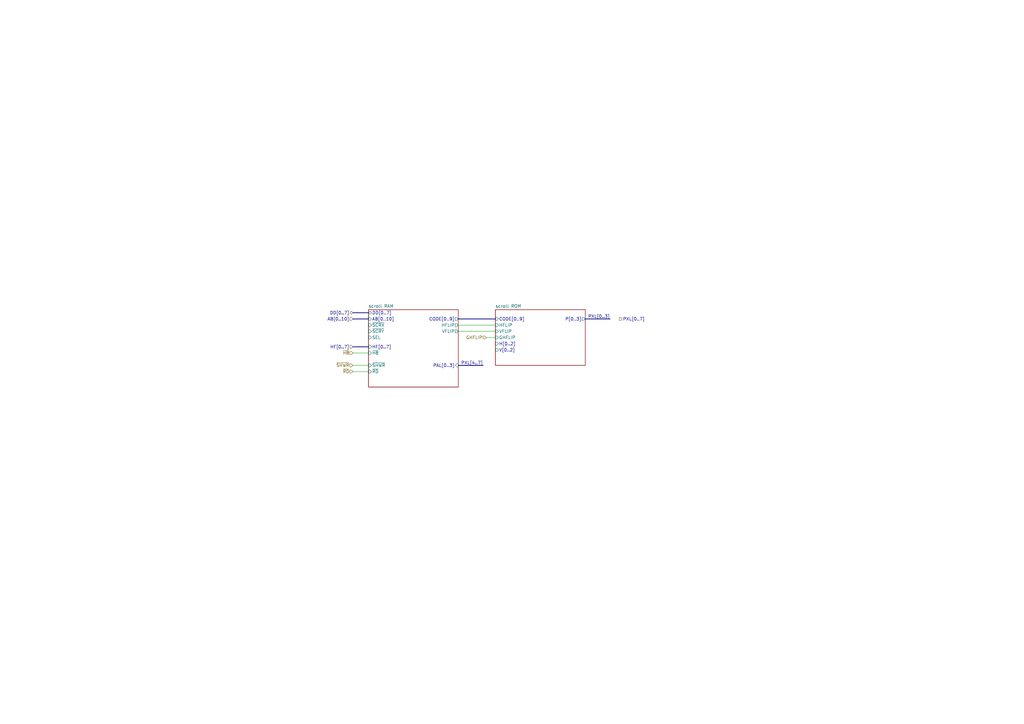
<source format=kicad_sch>
(kicad_sch
	(version 20231120)
	(generator "eeschema")
	(generator_version "8.0")
	(uuid "de98edec-cd48-49e5-831d-c3dd135feac0")
	(paper "A3")
	(title_block
		(title "Scroll Subsystem")
		(date "2024-10-12")
		(company "JOTEGO")
		(comment 1 "Jose Tejada")
	)
	(lib_symbols)
	(bus
		(pts
			(xy 240.03 130.81) (xy 250.19 130.81)
		)
		(stroke
			(width 0)
			(type default)
		)
		(uuid "075af5dc-5c2f-4711-bafc-5b2d4ec8ae8b")
	)
	(bus
		(pts
			(xy 144.78 128.27) (xy 151.13 128.27)
		)
		(stroke
			(width 0)
			(type default)
		)
		(uuid "09804e28-5d2e-4ce0-9822-586d9418b83d")
	)
	(wire
		(pts
			(xy 187.96 133.35) (xy 203.2 133.35)
		)
		(stroke
			(width 0)
			(type default)
		)
		(uuid "18aeb651-fcfb-4cb1-96c1-a15da110ee21")
	)
	(bus
		(pts
			(xy 144.78 142.24) (xy 151.13 142.24)
		)
		(stroke
			(width 0)
			(type default)
		)
		(uuid "39bf35d8-69bd-41c4-baa0-84cd99a05f57")
	)
	(wire
		(pts
			(xy 199.39 138.43) (xy 203.2 138.43)
		)
		(stroke
			(width 0)
			(type default)
		)
		(uuid "4601e1ad-6de9-44e0-a86c-9c27b38f6e55")
	)
	(wire
		(pts
			(xy 144.78 144.78) (xy 151.13 144.78)
		)
		(stroke
			(width 0)
			(type default)
		)
		(uuid "687264b7-9aeb-4098-83ca-a9dc61b748b0")
	)
	(bus
		(pts
			(xy 187.96 149.86) (xy 198.12 149.86)
		)
		(stroke
			(width 0)
			(type default)
		)
		(uuid "75566d15-e6ce-4615-bd8f-e513f573553d")
	)
	(wire
		(pts
			(xy 144.78 152.4) (xy 151.13 152.4)
		)
		(stroke
			(width 0)
			(type default)
		)
		(uuid "821bbd5a-b73b-41e4-9cfd-98ae028b99ec")
	)
	(wire
		(pts
			(xy 187.96 135.89) (xy 203.2 135.89)
		)
		(stroke
			(width 0)
			(type default)
		)
		(uuid "8d62b0e6-9c5c-49b4-b934-490c69f4d37a")
	)
	(wire
		(pts
			(xy 144.78 149.86) (xy 151.13 149.86)
		)
		(stroke
			(width 0)
			(type default)
		)
		(uuid "acdda932-f416-4dd4-8482-f531bc6d8a9d")
	)
	(bus
		(pts
			(xy 187.96 130.81) (xy 203.2 130.81)
		)
		(stroke
			(width 0)
			(type default)
		)
		(uuid "e1179bd3-3980-40dd-a4ed-a63e2688b556")
	)
	(bus
		(pts
			(xy 144.78 130.81) (xy 151.13 130.81)
		)
		(stroke
			(width 0)
			(type default)
		)
		(uuid "e6927b2e-15da-4c9b-8460-bde3f05d5c30")
	)
	(label "PXL[0..3]"
		(at 250.19 130.81 180)
		(fields_autoplaced yes)
		(effects
			(font
				(size 1.27 1.27)
			)
			(justify right bottom)
		)
		(uuid "8126db47-d926-458a-a69f-2064e7352310")
	)
	(label "PXL[4..7]"
		(at 198.12 149.86 180)
		(fields_autoplaced yes)
		(effects
			(font
				(size 1.27 1.27)
			)
			(justify right bottom)
		)
		(uuid "c68dfe5d-0e41-411e-865c-bfffe7bce152")
	)
	(hierarchical_label "~{H8}"
		(shape input)
		(at 144.78 144.78 180)
		(fields_autoplaced yes)
		(effects
			(font
				(size 1.27 1.27)
			)
			(justify right)
		)
		(uuid "141954be-8d49-41b7-81b0-b5c9ed0b9417")
	)
	(hierarchical_label "HF[0..7]"
		(shape input)
		(at 144.78 142.24 180)
		(fields_autoplaced yes)
		(effects
			(font
				(size 1.27 1.27)
			)
			(justify right)
		)
		(uuid "1ac2eb3b-de56-42e2-96df-7170645cdee1")
	)
	(hierarchical_label "~{SHWR}"
		(shape input)
		(at 144.78 149.86 180)
		(fields_autoplaced yes)
		(effects
			(font
				(size 1.27 1.27)
			)
			(justify right)
		)
		(uuid "2807ef0d-8919-4f45-828d-09841dd87660")
	)
	(hierarchical_label "GHFLIP"
		(shape input)
		(at 199.39 138.43 180)
		(fields_autoplaced yes)
		(effects
			(font
				(size 1.27 1.27)
			)
			(justify right)
		)
		(uuid "3c79d5bc-a5d9-4562-98c4-ef308083fcc0")
	)
	(hierarchical_label "~{RD}"
		(shape input)
		(at 144.78 152.4 180)
		(fields_autoplaced yes)
		(effects
			(font
				(size 1.27 1.27)
			)
			(justify right)
		)
		(uuid "3d5e944b-55af-4f82-b828-fa433d8d1b40")
	)
	(hierarchical_label "DD[0..7]"
		(shape bidirectional)
		(at 144.78 128.27 180)
		(fields_autoplaced yes)
		(effects
			(font
				(size 1.27 1.27)
			)
			(justify right)
		)
		(uuid "3eeb6cfa-6085-4982-adad-7f376e08e0fb")
	)
	(hierarchical_label "PXL[0..7]"
		(shape output)
		(at 254 130.81 0)
		(fields_autoplaced yes)
		(effects
			(font
				(size 1.27 1.27)
			)
			(justify left)
		)
		(uuid "5b479e77-3b08-445d-8d3c-474ce034b686")
	)
	(hierarchical_label "AB[0..10]"
		(shape input)
		(at 144.78 130.81 180)
		(fields_autoplaced yes)
		(effects
			(font
				(size 1.27 1.27)
			)
			(justify right)
		)
		(uuid "d330a24a-48eb-4d4a-add7-be23305f7105")
	)
	(sheet
		(at 203.2 127)
		(size 36.83 22.86)
		(fields_autoplaced yes)
		(stroke
			(width 0.1524)
			(type solid)
		)
		(fill
			(color 0 0 0 0.0000)
		)
		(uuid "dae497ed-9ff7-4b2f-a5b5-a16fd04d64b3")
		(property "Sheetname" "scroll ROM"
			(at 203.2 126.2884 0)
			(effects
				(font
					(size 1.27 1.27)
				)
				(justify left bottom)
			)
		)
		(property "Sheetfile" "scrrom.kicad_sch"
			(at 203.2 150.4446 0)
			(effects
				(font
					(size 1.27 1.27)
				)
				(justify left top)
				(hide yes)
			)
		)
		(pin "P[0..3]" output
			(at 240.03 130.81 0)
			(effects
				(font
					(size 1.27 1.27)
				)
				(justify right)
			)
			(uuid "be861c43-576b-4f4e-8269-de08fc9b5c27")
		)
		(pin "CODE[0..9]" input
			(at 203.2 130.81 180)
			(effects
				(font
					(size 1.27 1.27)
				)
				(justify left)
			)
			(uuid "6e3dae94-7175-464c-aeb6-1dfedb8287bd")
		)
		(pin "VFLIP" input
			(at 203.2 135.89 180)
			(effects
				(font
					(size 1.27 1.27)
				)
				(justify left)
			)
			(uuid "f2ee92b4-ae8f-4ddf-9229-45aa994b1b4f")
		)
		(pin "HFLIP" input
			(at 203.2 133.35 180)
			(effects
				(font
					(size 1.27 1.27)
				)
				(justify left)
			)
			(uuid "f682f9dc-7a8d-4fa0-a3f8-b735ca9de427")
		)
		(pin "H[0..2]" input
			(at 203.2 140.97 180)
			(effects
				(font
					(size 1.27 1.27)
				)
				(justify left)
			)
			(uuid "9a31ff8c-9238-49b7-997e-2a4184207e9d")
		)
		(pin "V[0..2]" input
			(at 203.2 143.51 180)
			(effects
				(font
					(size 1.27 1.27)
				)
				(justify left)
			)
			(uuid "3b9d52a7-4fc4-4859-b4b1-b29be73f3ebb")
		)
		(pin "GHFLIP" input
			(at 203.2 138.43 180)
			(effects
				(font
					(size 1.27 1.27)
				)
				(justify left)
			)
			(uuid "e48dbdaa-bd24-417c-b811-c8c8a58c89bd")
		)
		(instances
			(project "tehkanwc"
				(path "/f324726e-ed6b-4b88-9562-4b07e126a276/56aec395-157a-4316-b36d-6d5b98537911/b1625f56-04c9-4f84-a803-cbecca9cced2"
					(page "22")
				)
			)
		)
	)
	(sheet
		(at 151.13 127)
		(size 36.83 31.75)
		(fields_autoplaced yes)
		(stroke
			(width 0.1524)
			(type solid)
		)
		(fill
			(color 0 0 0 0.0000)
		)
		(uuid "f4c6d134-42e6-49c5-8216-1bdd34eab0d6")
		(property "Sheetname" "scroll RAM"
			(at 151.13 126.2884 0)
			(effects
				(font
					(size 1.27 1.27)
				)
				(justify left bottom)
			)
		)
		(property "Sheetfile" "scrram.kicad_sch"
			(at 151.13 159.3346 0)
			(effects
				(font
					(size 1.27 1.27)
				)
				(justify left top)
				(hide yes)
			)
		)
		(pin "PAL[0..3]" input
			(at 187.96 149.86 0)
			(effects
				(font
					(size 1.27 1.27)
				)
				(justify right)
			)
			(uuid "14992428-5c59-428a-b1af-387ac2883bdd")
		)
		(pin "CODE[0..9]" output
			(at 187.96 130.81 0)
			(effects
				(font
					(size 1.27 1.27)
				)
				(justify right)
			)
			(uuid "6ebf9101-028a-420b-8f0c-38ae2eb4020f")
		)
		(pin "VFLIP" output
			(at 187.96 135.89 0)
			(effects
				(font
					(size 1.27 1.27)
				)
				(justify right)
			)
			(uuid "77847ec2-4dc9-481e-b635-b9ec2ddcc197")
		)
		(pin "HFLIP" output
			(at 187.96 133.35 0)
			(effects
				(font
					(size 1.27 1.27)
				)
				(justify right)
			)
			(uuid "82d43161-6bb7-4d0c-9c14-2334d3813552")
		)
		(pin "AB[0..10]" input
			(at 151.13 130.81 180)
			(effects
				(font
					(size 1.27 1.27)
				)
				(justify left)
			)
			(uuid "97006469-12b5-404f-855d-4aca687e6c71")
		)
		(pin "~{SCRY}" input
			(at 151.13 135.89 180)
			(effects
				(font
					(size 1.27 1.27)
				)
				(justify left)
			)
			(uuid "d287e688-52d0-492c-9f09-7a035c6d723c")
		)
		(pin "SEL" input
			(at 151.13 138.43 180)
			(effects
				(font
					(size 1.27 1.27)
				)
				(justify left)
			)
			(uuid "331f708d-265f-4935-9312-64c09134f8d7")
		)
		(pin "~{H8}" input
			(at 151.13 144.78 180)
			(effects
				(font
					(size 1.27 1.27)
				)
				(justify left)
			)
			(uuid "aa6d9cac-8079-4525-ae47-3d4fbc9a8310")
		)
		(pin "~{SCRX}" input
			(at 151.13 133.35 180)
			(effects
				(font
					(size 1.27 1.27)
				)
				(justify left)
			)
			(uuid "c070ad48-8afd-4a3f-a86d-b935e83ee312")
		)
		(pin "HF[0..7]" input
			(at 151.13 142.24 180)
			(effects
				(font
					(size 1.27 1.27)
				)
				(justify left)
			)
			(uuid "7bb6e67a-1c08-4105-b630-2b7cf63cadee")
		)
		(pin "DD[0..7]" bidirectional
			(at 151.13 128.27 180)
			(effects
				(font
					(size 1.27 1.27)
				)
				(justify left)
			)
			(uuid "90c025c0-e7a9-433e-bedd-4e848c0ec595")
		)
		(pin "~{SHWR}" input
			(at 151.13 149.86 180)
			(effects
				(font
					(size 1.27 1.27)
				)
				(justify left)
			)
			(uuid "a905ce83-4f51-405c-aeb4-ef1ddcef65ca")
		)
		(pin "~{RD}" input
			(at 151.13 152.4 180)
			(effects
				(font
					(size 1.27 1.27)
				)
				(justify left)
			)
			(uuid "276f230b-7f9e-4b3b-870c-6f98d5823dce")
		)
		(instances
			(project "tehkanwc"
				(path "/f324726e-ed6b-4b88-9562-4b07e126a276/56aec395-157a-4316-b36d-6d5b98537911/b1625f56-04c9-4f84-a803-cbecca9cced2"
					(page "23")
				)
			)
		)
	)
)

</source>
